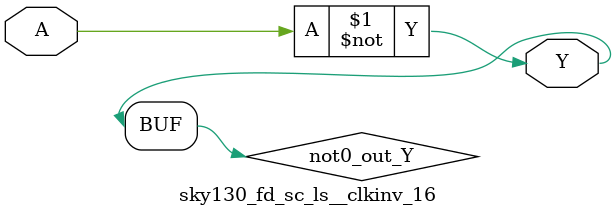
<source format=v>
/*
 * Copyright 2020 The SkyWater PDK Authors
 *
 * Licensed under the Apache License, Version 2.0 (the "License");
 * you may not use this file except in compliance with the License.
 * You may obtain a copy of the License at
 *
 *     https://www.apache.org/licenses/LICENSE-2.0
 *
 * Unless required by applicable law or agreed to in writing, software
 * distributed under the License is distributed on an "AS IS" BASIS,
 * WITHOUT WARRANTIES OR CONDITIONS OF ANY KIND, either express or implied.
 * See the License for the specific language governing permissions and
 * limitations under the License.
 *
 * SPDX-License-Identifier: Apache-2.0
*/


`ifndef SKY130_FD_SC_LS__CLKINV_16_FUNCTIONAL_V
`define SKY130_FD_SC_LS__CLKINV_16_FUNCTIONAL_V

/**
 * clkinv: Clock tree inverter.
 *
 * Verilog simulation functional model.
 */

`timescale 1ns / 1ps
`default_nettype none

`celldefine
module sky130_fd_sc_ls__clkinv_16 (
    Y,
    A
);

    // Module ports
    output Y;
    input  A;

    // Local signals
    wire not0_out_Y;

    //  Name  Output      Other arguments
    not not0 (not0_out_Y, A              );
    buf buf0 (Y         , not0_out_Y     );

endmodule
`endcelldefine

`default_nettype wire
`endif  // SKY130_FD_SC_LS__CLKINV_16_FUNCTIONAL_V

</source>
